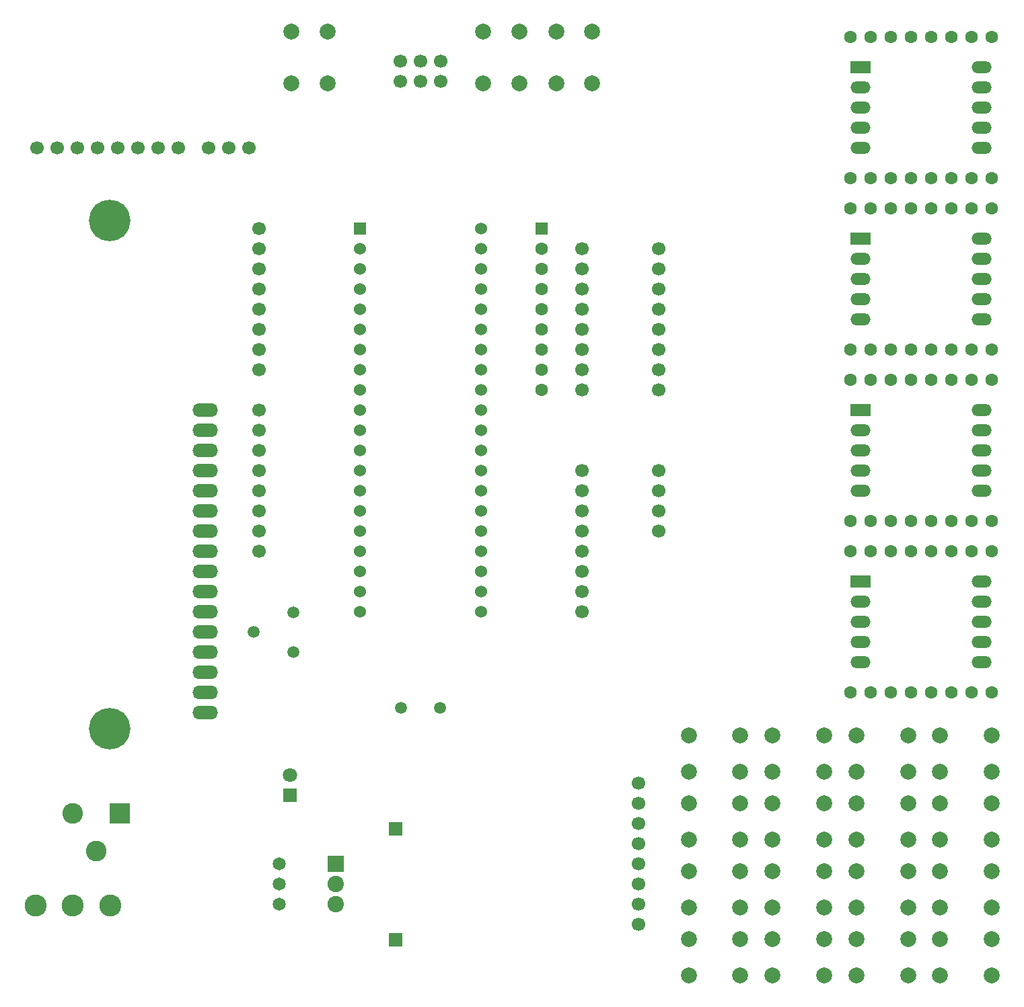
<source format=gbr>
%TF.GenerationSoftware,KiCad,Pcbnew,9.0.4*%
%TF.CreationDate,2025-09-28T00:55:06-04:00*%
%TF.ProjectId,8051,38303531-2e6b-4696-9361-645f70636258,rev?*%
%TF.SameCoordinates,Original*%
%TF.FileFunction,Soldermask,Bot*%
%TF.FilePolarity,Negative*%
%FSLAX46Y46*%
G04 Gerber Fmt 4.6, Leading zero omitted, Abs format (unit mm)*
G04 Created by KiCad (PCBNEW 9.0.4) date 2025-09-28 00:55:06*
%MOMM*%
%LPD*%
G01*
G04 APERTURE LIST*
G04 Aperture macros list*
%AMRoundRect*
0 Rectangle with rounded corners*
0 $1 Rounding radius*
0 $2 $3 $4 $5 $6 $7 $8 $9 X,Y pos of 4 corners*
0 Add a 4 corners polygon primitive as box body*
4,1,4,$2,$3,$4,$5,$6,$7,$8,$9,$2,$3,0*
0 Add four circle primitives for the rounded corners*
1,1,$1+$1,$2,$3*
1,1,$1+$1,$4,$5*
1,1,$1+$1,$6,$7*
1,1,$1+$1,$8,$9*
0 Add four rect primitives between the rounded corners*
20,1,$1+$1,$2,$3,$4,$5,0*
20,1,$1+$1,$4,$5,$6,$7,0*
20,1,$1+$1,$6,$7,$8,$9,0*
20,1,$1+$1,$8,$9,$2,$3,0*%
G04 Aperture macros list end*
%ADD10O,3.220000X1.712000*%
%ADD11C,5.220000*%
%ADD12C,1.524000*%
%ADD13R,1.524000X1.524000*%
%ADD14C,2.000000*%
%ADD15R,1.700000X1.700000*%
%ADD16R,1.600000X1.600000*%
%ADD17C,1.600000*%
%ADD18RoundRect,0.102000X-0.930000X0.930000X-0.930000X-0.930000X0.930000X-0.930000X0.930000X0.930000X0*%
%ADD19C,2.064000*%
%ADD20C,1.700000*%
%ADD21C,1.651000*%
%ADD22R,2.524000X1.524000*%
%ADD23O,2.524000X1.524000*%
%ADD24C,1.500000*%
%ADD25C,1.800000*%
%ADD26R,1.800000X1.800000*%
%ADD27C,2.775000*%
%ADD28C,1.498600*%
%ADD29R,2.600000X2.600000*%
%ADD30C,2.600000*%
G04 APERTURE END LIST*
D10*
%TO.C,J10*%
X130380000Y-86360000D03*
X130380000Y-88900000D03*
X130380000Y-91440000D03*
X130380000Y-93980000D03*
X130380000Y-96520000D03*
X130380000Y-99060000D03*
X130380000Y-101600000D03*
X130380000Y-104140000D03*
X130380000Y-106680000D03*
X130380000Y-109220000D03*
X130380000Y-111760000D03*
X130380000Y-114300000D03*
X130380000Y-116840000D03*
X130380000Y-119380000D03*
X130380000Y-81280000D03*
X130380000Y-83820000D03*
D11*
X118380000Y-57380000D03*
X118380000Y-121380000D03*
%TD*%
D12*
%TO.C,U1*%
X165100000Y-58420000D03*
X165100000Y-60960000D03*
X165100000Y-63500000D03*
X165100000Y-66040000D03*
X165100000Y-68580000D03*
X165100000Y-71120000D03*
X165100000Y-73660000D03*
X165100000Y-76200000D03*
X165100000Y-78740000D03*
X165100000Y-81280000D03*
X165100000Y-83820000D03*
X165100000Y-86360000D03*
X165100000Y-88900000D03*
X165100000Y-91440000D03*
X165100000Y-93980000D03*
X165100000Y-96520000D03*
X165100000Y-99060000D03*
X165100000Y-101600000D03*
X165100000Y-104140000D03*
X165100000Y-106680000D03*
X149860000Y-106680000D03*
X149860000Y-104140000D03*
X149860000Y-101600000D03*
X149860000Y-99060000D03*
X149860000Y-96520000D03*
X149860000Y-93980000D03*
X149860000Y-91440000D03*
X149860000Y-88900000D03*
X149860000Y-86360000D03*
X149860000Y-83820000D03*
X149860000Y-81280000D03*
X149860000Y-78740000D03*
X149860000Y-76200000D03*
X149860000Y-73660000D03*
X149860000Y-71120000D03*
X149860000Y-68580000D03*
X149860000Y-66040000D03*
X149860000Y-63500000D03*
X149860000Y-60960000D03*
D13*
X149860000Y-58420000D03*
%TD*%
D14*
%TO.C,SW7*%
X191230000Y-147910000D03*
X197730000Y-147910000D03*
X191230000Y-152410000D03*
X197730000Y-152410000D03*
%TD*%
%TO.C,SW19*%
X222880000Y-147910000D03*
X229380000Y-147910000D03*
X222880000Y-152410000D03*
X229380000Y-152410000D03*
%TD*%
D15*
%TO.C,J15*%
X154305000Y-133985000D03*
%TD*%
D16*
%TO.C,RN1*%
X172720000Y-58420000D03*
D17*
X172720000Y-60960000D03*
X172720000Y-63500000D03*
X172720000Y-66040000D03*
X172720000Y-68580000D03*
X172720000Y-71120000D03*
X172720000Y-73660000D03*
X172720000Y-76200000D03*
X172720000Y-78740000D03*
%TD*%
D14*
%TO.C,SW10*%
X201780000Y-139360000D03*
X208280000Y-139360000D03*
X201780000Y-143860000D03*
X208280000Y-143860000D03*
%TD*%
D18*
%TO.C,Q1*%
X146772000Y-138430000D03*
D19*
X146772000Y-140970000D03*
X146772000Y-143510000D03*
%TD*%
D15*
%TO.C,J16*%
X154305000Y-147955000D03*
%TD*%
D20*
%TO.C,J3*%
X177800000Y-60960000D03*
X177800000Y-63500000D03*
X177800000Y-66040000D03*
X177800000Y-68580000D03*
X177800000Y-71120000D03*
X177800000Y-73660000D03*
X177800000Y-76200000D03*
X177800000Y-78740000D03*
%TD*%
D21*
%TO.C,U10*%
X139700000Y-138430000D03*
X139700000Y-140970000D03*
X139700000Y-143510000D03*
%TD*%
D14*
%TO.C,SW13*%
X212330000Y-130810000D03*
X218830000Y-130810000D03*
X212330000Y-135310000D03*
X218830000Y-135310000D03*
%TD*%
D17*
%TO.C,RN7*%
X229355000Y-95250000D03*
X226815000Y-95250000D03*
X224275000Y-95250000D03*
X221735000Y-95250000D03*
X219195000Y-95250000D03*
X216655000Y-95250000D03*
X214115000Y-95250000D03*
X211575000Y-95250000D03*
%TD*%
D20*
%TO.C,J1*%
X137160000Y-58420000D03*
X137160000Y-60960000D03*
X137160000Y-63500000D03*
X137160000Y-66040000D03*
X137160000Y-68580000D03*
X137160000Y-71120000D03*
X137160000Y-73660000D03*
X137160000Y-76200000D03*
%TD*%
D17*
%TO.C,RN5*%
X229355000Y-73660000D03*
X226815000Y-73660000D03*
X224275000Y-73660000D03*
X221735000Y-73660000D03*
X219195000Y-73660000D03*
X216655000Y-73660000D03*
X214115000Y-73660000D03*
X211575000Y-73660000D03*
%TD*%
D14*
%TO.C,SW4*%
X191230000Y-122260000D03*
X197730000Y-122260000D03*
X191230000Y-126760000D03*
X197730000Y-126760000D03*
%TD*%
%TO.C,SW17*%
X222880000Y-130810000D03*
X229380000Y-130810000D03*
X222880000Y-135310000D03*
X229380000Y-135310000D03*
%TD*%
D22*
%TO.C,U7*%
X212845000Y-59690000D03*
D23*
X212845000Y-62230000D03*
X212845000Y-64770000D03*
X212845000Y-67310000D03*
X212845000Y-69850000D03*
X228085000Y-69850000D03*
X228085000Y-67310000D03*
X228085000Y-64770000D03*
X228085000Y-62230000D03*
X228085000Y-59690000D03*
%TD*%
D14*
%TO.C,SW12*%
X212330000Y-122260000D03*
X218830000Y-122260000D03*
X212330000Y-126760000D03*
X218830000Y-126760000D03*
%TD*%
%TO.C,SW5*%
X191230000Y-130810000D03*
X197730000Y-130810000D03*
X191230000Y-135310000D03*
X197730000Y-135310000D03*
%TD*%
D24*
%TO.C,Y1*%
X159920000Y-118745000D03*
X155040000Y-118745000D03*
%TD*%
D20*
%TO.C,J13*%
X187445000Y-88900000D03*
X187445000Y-91440000D03*
X187445000Y-93980000D03*
X187445000Y-96520000D03*
%TD*%
D14*
%TO.C,SW11*%
X201780000Y-147910000D03*
X208280000Y-147910000D03*
X201780000Y-152410000D03*
X208280000Y-152410000D03*
%TD*%
%TO.C,SW8*%
X201780000Y-122260000D03*
X208280000Y-122260000D03*
X201780000Y-126760000D03*
X208280000Y-126760000D03*
%TD*%
D20*
%TO.C,J4*%
X177800000Y-106680000D03*
X177800000Y-104140000D03*
X177800000Y-101600000D03*
X177800000Y-99060000D03*
X177800000Y-96520000D03*
X177800000Y-93980000D03*
X177800000Y-91440000D03*
X177800000Y-88900000D03*
%TD*%
D22*
%TO.C,U8*%
X212845000Y-81280000D03*
D23*
X212845000Y-83820000D03*
X212845000Y-86360000D03*
X212845000Y-88900000D03*
X212845000Y-91440000D03*
X228085000Y-91440000D03*
X228085000Y-88900000D03*
X228085000Y-86360000D03*
X228085000Y-83820000D03*
X228085000Y-81280000D03*
%TD*%
D14*
%TO.C,SW18*%
X222880000Y-139360000D03*
X229380000Y-139360000D03*
X222880000Y-143860000D03*
X229380000Y-143860000D03*
%TD*%
D22*
%TO.C,U9*%
X212845000Y-102870000D03*
D23*
X212845000Y-105410000D03*
X212845000Y-107950000D03*
X212845000Y-110490000D03*
X212845000Y-113030000D03*
X228085000Y-113030000D03*
X228085000Y-110490000D03*
X228085000Y-107950000D03*
X228085000Y-105410000D03*
X228085000Y-102870000D03*
%TD*%
D20*
%TO.C,J8*%
X184905000Y-128270000D03*
X184905000Y-130810000D03*
X184905000Y-133350000D03*
X184905000Y-135890000D03*
X184905000Y-138430000D03*
X184905000Y-140970000D03*
X184905000Y-143510000D03*
X184905000Y-146050000D03*
%TD*%
D25*
%TO.C,D2*%
X141070000Y-127254000D03*
D26*
X141070000Y-129794000D03*
%TD*%
D17*
%TO.C,RN4*%
X211575000Y-55880000D03*
X214115000Y-55880000D03*
X216655000Y-55880000D03*
X219195000Y-55880000D03*
X221735000Y-55880000D03*
X224275000Y-55880000D03*
X226815000Y-55880000D03*
X229355000Y-55880000D03*
%TD*%
D14*
%TO.C,SW14*%
X212330000Y-139360000D03*
X218830000Y-139360000D03*
X212330000Y-143860000D03*
X218830000Y-143860000D03*
%TD*%
%TO.C,SW16*%
X222880000Y-122260000D03*
X229380000Y-122260000D03*
X222880000Y-126760000D03*
X229380000Y-126760000D03*
%TD*%
%TO.C,SW3*%
X174570000Y-33580000D03*
X174570000Y-40080000D03*
X179070000Y-33580000D03*
X179070000Y-40080000D03*
%TD*%
D20*
%TO.C,J12*%
X187445000Y-60960000D03*
X187445000Y-63500000D03*
X187445000Y-66040000D03*
X187445000Y-68580000D03*
X187445000Y-71120000D03*
X187445000Y-73660000D03*
X187445000Y-76200000D03*
X187445000Y-78740000D03*
%TD*%
D14*
%TO.C,SW1*%
X141260000Y-40080000D03*
X141260000Y-33580000D03*
X145760000Y-40080000D03*
X145760000Y-33580000D03*
%TD*%
%TO.C,SW6*%
X191230000Y-139360000D03*
X197730000Y-139360000D03*
X191230000Y-143860000D03*
X197730000Y-143860000D03*
%TD*%
D27*
%TO.C,SW20*%
X118420000Y-143625000D03*
X113720000Y-143625000D03*
X109020000Y-143625000D03*
%TD*%
D17*
%TO.C,RN3*%
X229355000Y-52070000D03*
X226815000Y-52070000D03*
X224275000Y-52070000D03*
X221735000Y-52070000D03*
X219195000Y-52070000D03*
X216655000Y-52070000D03*
X214115000Y-52070000D03*
X211575000Y-52070000D03*
%TD*%
D20*
%TO.C,J11*%
X135890000Y-48260000D03*
X133350000Y-48260000D03*
X130810000Y-48260000D03*
%TD*%
D14*
%TO.C,SW15*%
X212330000Y-147910000D03*
X218830000Y-147910000D03*
X212330000Y-152410000D03*
X218830000Y-152410000D03*
%TD*%
D17*
%TO.C,RN6*%
X211575000Y-77470000D03*
X214115000Y-77470000D03*
X216655000Y-77470000D03*
X219195000Y-77470000D03*
X221735000Y-77470000D03*
X224275000Y-77470000D03*
X226815000Y-77470000D03*
X229355000Y-77470000D03*
%TD*%
D22*
%TO.C,U6*%
X212845000Y-38100000D03*
D23*
X212845000Y-40640000D03*
X212845000Y-43180000D03*
X212845000Y-45720000D03*
X212845000Y-48260000D03*
X228085000Y-48260000D03*
X228085000Y-45720000D03*
X228085000Y-43180000D03*
X228085000Y-40640000D03*
X228085000Y-38100000D03*
%TD*%
D20*
%TO.C,J6*%
X154940000Y-37333000D03*
X157480000Y-37333000D03*
X160020000Y-37333000D03*
X160020000Y-39873000D03*
X157480000Y-39873000D03*
X154940000Y-39873000D03*
%TD*%
%TO.C,J5*%
X137160000Y-81280000D03*
X137160000Y-83820000D03*
X137160000Y-86360000D03*
X137160000Y-88900000D03*
X137160000Y-91440000D03*
X137160000Y-93980000D03*
X137160000Y-96520000D03*
X137160000Y-99060000D03*
%TD*%
D14*
%TO.C,SW9*%
X201780000Y-130810000D03*
X208280000Y-130810000D03*
X201780000Y-135310000D03*
X208280000Y-135310000D03*
%TD*%
D28*
%TO.C,RV1*%
X141450400Y-111721200D03*
X136450400Y-109221200D03*
X141450400Y-106721210D03*
%TD*%
D29*
%TO.C,J14*%
X119665000Y-132080000D03*
D30*
X113665000Y-132080000D03*
X116665000Y-136780000D03*
%TD*%
D14*
%TO.C,SW2*%
X165390000Y-33580000D03*
X165390000Y-40080000D03*
X169890000Y-33580000D03*
X169890000Y-40080000D03*
%TD*%
D17*
%TO.C,RN2*%
X211575000Y-34290000D03*
X214115000Y-34290000D03*
X216655000Y-34290000D03*
X219195000Y-34290000D03*
X221735000Y-34290000D03*
X224275000Y-34290000D03*
X226815000Y-34290000D03*
X229355000Y-34290000D03*
%TD*%
%TO.C,RN9*%
X229355000Y-116840000D03*
X226815000Y-116840000D03*
X224275000Y-116840000D03*
X221735000Y-116840000D03*
X219195000Y-116840000D03*
X216655000Y-116840000D03*
X214115000Y-116840000D03*
X211575000Y-116840000D03*
%TD*%
D20*
%TO.C,J9*%
X127000000Y-48260000D03*
X124460000Y-48260000D03*
X121920000Y-48260000D03*
X119380000Y-48260000D03*
X116840000Y-48260000D03*
X114300000Y-48260000D03*
X111760000Y-48260000D03*
X109220000Y-48260000D03*
%TD*%
D17*
%TO.C,RN8*%
X211575000Y-99060000D03*
X214115000Y-99060000D03*
X216655000Y-99060000D03*
X219195000Y-99060000D03*
X221735000Y-99060000D03*
X224275000Y-99060000D03*
X226815000Y-99060000D03*
X229355000Y-99060000D03*
%TD*%
M02*

</source>
